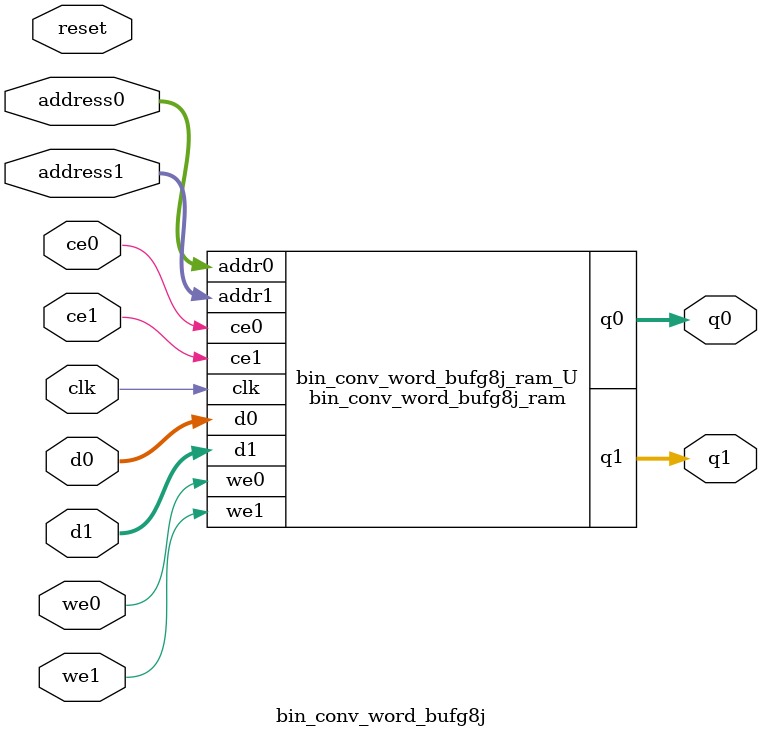
<source format=v>
`timescale 1 ns / 1 ps
module bin_conv_word_bufg8j_ram (addr0, ce0, d0, we0, q0, addr1, ce1, d1, we1, q1,  clk);

parameter DWIDTH = 2;
parameter AWIDTH = 8;
parameter MEM_SIZE = 160;

input[AWIDTH-1:0] addr0;
input ce0;
input[DWIDTH-1:0] d0;
input we0;
output reg[DWIDTH-1:0] q0;
input[AWIDTH-1:0] addr1;
input ce1;
input[DWIDTH-1:0] d1;
input we1;
output reg[DWIDTH-1:0] q1;
input clk;

(* ram_style = "block" *)reg [DWIDTH-1:0] ram[0:MEM_SIZE-1];




always @(posedge clk)  
begin 
    if (ce0) 
    begin
        if (we0) 
        begin 
            ram[addr0] <= d0; 
        end 
        q0 <= ram[addr0];
    end
end


always @(posedge clk)  
begin 
    if (ce1) 
    begin
        if (we1) 
        begin 
            ram[addr1] <= d1; 
        end 
        q1 <= ram[addr1];
    end
end


endmodule

`timescale 1 ns / 1 ps
module bin_conv_word_bufg8j(
    reset,
    clk,
    address0,
    ce0,
    we0,
    d0,
    q0,
    address1,
    ce1,
    we1,
    d1,
    q1);

parameter DataWidth = 32'd2;
parameter AddressRange = 32'd160;
parameter AddressWidth = 32'd8;
input reset;
input clk;
input[AddressWidth - 1:0] address0;
input ce0;
input we0;
input[DataWidth - 1:0] d0;
output[DataWidth - 1:0] q0;
input[AddressWidth - 1:0] address1;
input ce1;
input we1;
input[DataWidth - 1:0] d1;
output[DataWidth - 1:0] q1;



bin_conv_word_bufg8j_ram bin_conv_word_bufg8j_ram_U(
    .clk( clk ),
    .addr0( address0 ),
    .ce0( ce0 ),
    .we0( we0 ),
    .d0( d0 ),
    .q0( q0 ),
    .addr1( address1 ),
    .ce1( ce1 ),
    .we1( we1 ),
    .d1( d1 ),
    .q1( q1 ));

endmodule


</source>
